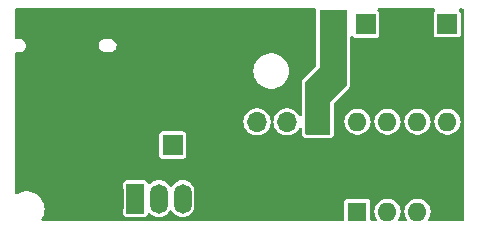
<source format=gbr>
%TF.GenerationSoftware,KiCad,Pcbnew,7.0.11-2.fc38*%
%TF.CreationDate,2024-04-24T16:28:19+02:00*%
%TF.ProjectId,lr_40,6c725f34-302e-46b6-9963-61645f706362,rev?*%
%TF.SameCoordinates,Original*%
%TF.FileFunction,Copper,L2,Bot*%
%TF.FilePolarity,Positive*%
%FSLAX46Y46*%
G04 Gerber Fmt 4.6, Leading zero omitted, Abs format (unit mm)*
G04 Created by KiCad (PCBNEW 7.0.11-2.fc38) date 2024-04-24 16:28:19*
%MOMM*%
%LPD*%
G01*
G04 APERTURE LIST*
%TA.AperFunction,ComponentPad*%
%ADD10R,1.700000X1.700000*%
%TD*%
%TA.AperFunction,ComponentPad*%
%ADD11O,1.700000X1.700000*%
%TD*%
%TA.AperFunction,ComponentPad*%
%ADD12O,2.200000X3.500000*%
%TD*%
%TA.AperFunction,ComponentPad*%
%ADD13R,1.500000X2.500000*%
%TD*%
%TA.AperFunction,ComponentPad*%
%ADD14O,1.500000X2.500000*%
%TD*%
%TA.AperFunction,ComponentPad*%
%ADD15R,1.600000X1.600000*%
%TD*%
%TA.AperFunction,ComponentPad*%
%ADD16O,1.600000X1.600000*%
%TD*%
%TA.AperFunction,ComponentPad*%
%ADD17C,1.100000*%
%TD*%
%TA.AperFunction,ViaPad*%
%ADD18C,0.600000*%
%TD*%
G04 APERTURE END LIST*
D10*
%TO.P,SW3,1*%
%TO.N,VCC*%
X96080000Y-60100000D03*
D11*
%TO.P,SW3,2*%
%TO.N,laser*%
X93540000Y-60100000D03*
%TO.P,SW3,3*%
%TO.N,N/C*%
X91000000Y-60100000D03*
%TD*%
D12*
%TO.P,SW1,*%
%TO.N,GND*%
X78600000Y-66600000D03*
X86800000Y-66600000D03*
D13*
%TO.P,SW1,1*%
%TO.N,Net-(BT2-+)*%
X80700000Y-66600000D03*
D14*
%TO.P,SW1,2*%
%TO.N,Net-(U1-VI)*%
X82700000Y-66600000D03*
%TO.P,SW1,3*%
%TO.N,N/C*%
X84700000Y-66600000D03*
%TD*%
D10*
%TO.P,SW2,1*%
%TO.N,trigger*%
X107100000Y-51800000D03*
D11*
%TO.P,SW2,2*%
%TO.N,GND*%
X104560000Y-51800000D03*
%TD*%
D10*
%TO.P,D1,1,K*%
%TO.N,Net-(D1-K)*%
X100200000Y-51825000D03*
D11*
%TO.P,D1,2,A*%
%TO.N,VCC*%
X97660000Y-51825000D03*
%TD*%
D15*
%TO.P,U2,1,~{RESET}/PB5*%
%TO.N,unconnected-(U2-~{RESET}{slash}PB5-Pad1)*%
X99500000Y-67700000D03*
D16*
%TO.P,U2,2,XTAL1/PB3*%
%TO.N,trigger*%
X102040000Y-67700000D03*
%TO.P,U2,3,XTAL2/PB4*%
%TO.N,unconnected-(U2-XTAL2{slash}PB4-Pad3)*%
X104580000Y-67700000D03*
%TO.P,U2,4,GND*%
%TO.N,GND*%
X107120000Y-67700000D03*
%TO.P,U2,5,AREF/PB0*%
%TO.N,laser*%
X107120000Y-60080000D03*
%TO.P,U2,6,PB1*%
%TO.N,unconnected-(U2-PB1-Pad6)*%
X104580000Y-60080000D03*
%TO.P,U2,7,PB2*%
%TO.N,unconnected-(U2-PB2-Pad7)*%
X102040000Y-60080000D03*
%TO.P,U2,8,VCC*%
%TO.N,VCC*%
X99500000Y-60080000D03*
%TD*%
D10*
%TO.P,J1,1,Pin_1*%
%TO.N,Net-(BT2-+)*%
X83850000Y-62075000D03*
D11*
%TO.P,J1,2,Pin_2*%
%TO.N,GND*%
X86390000Y-62075000D03*
%TD*%
D17*
%TO.P,J3,S1,SHIELD*%
%TO.N,GND*%
X72200000Y-51500000D03*
X72200000Y-55800000D03*
X77000000Y-51500000D03*
X77000000Y-55800000D03*
%TD*%
D18*
%TO.N,GND*%
X89700000Y-51600000D03*
X107000000Y-55600000D03*
X79500000Y-55900000D03*
X88800000Y-61400000D03*
X102800000Y-54900000D03*
X107400000Y-64700000D03*
X94000000Y-67800000D03*
X74500000Y-57300000D03*
X104800000Y-55700000D03*
X81400000Y-60400000D03*
X87600000Y-59500000D03*
X74600000Y-66300000D03*
X88600000Y-57600000D03*
%TD*%
%TA.AperFunction,Conductor*%
%TO.N,GND*%
G36*
X95950571Y-50520185D02*
G01*
X95996326Y-50572989D01*
X96006269Y-50642144D01*
X95994500Y-50724000D01*
X95994500Y-50724003D01*
X95994500Y-55322096D01*
X95974815Y-55389135D01*
X95958181Y-55409777D01*
X94920311Y-56447646D01*
X94920295Y-56447663D01*
X94898440Y-56471993D01*
X94881775Y-56492674D01*
X94877448Y-56498172D01*
X94877447Y-56498174D01*
X94826560Y-56598252D01*
X94806877Y-56665283D01*
X94806876Y-56665290D01*
X94798322Y-56724785D01*
X94794500Y-56751364D01*
X94794500Y-59511048D01*
X94774815Y-59578087D01*
X94722011Y-59623842D01*
X94652853Y-59633786D01*
X94589297Y-59604761D01*
X94559500Y-59566320D01*
X94542085Y-59531348D01*
X94522366Y-59491745D01*
X94393872Y-59321593D01*
X94236302Y-59177948D01*
X94055019Y-59065702D01*
X94055017Y-59065701D01*
X93929244Y-59016977D01*
X93856198Y-58988679D01*
X93646610Y-58949500D01*
X93433390Y-58949500D01*
X93223802Y-58988679D01*
X93223799Y-58988679D01*
X93223799Y-58988680D01*
X93024982Y-59065701D01*
X93024980Y-59065702D01*
X92843699Y-59177947D01*
X92686127Y-59321593D01*
X92557632Y-59491746D01*
X92462596Y-59682605D01*
X92462596Y-59682607D01*
X92404244Y-59887689D01*
X92393471Y-60003951D01*
X92367685Y-60068888D01*
X92323130Y-60100804D01*
X92359503Y-60121668D01*
X92391693Y-60183681D01*
X92393470Y-60196047D01*
X92404244Y-60312310D01*
X92451742Y-60479247D01*
X92462596Y-60517392D01*
X92462596Y-60517394D01*
X92557632Y-60708253D01*
X92645480Y-60824581D01*
X92686128Y-60878407D01*
X92843698Y-61022052D01*
X93024981Y-61134298D01*
X93223802Y-61211321D01*
X93433390Y-61250500D01*
X93433392Y-61250500D01*
X93646608Y-61250500D01*
X93646610Y-61250500D01*
X93856198Y-61211321D01*
X94055019Y-61134298D01*
X94236302Y-61022052D01*
X94393872Y-60878407D01*
X94522366Y-60708255D01*
X94559500Y-60633680D01*
X94607002Y-60582443D01*
X94674665Y-60565021D01*
X94741006Y-60586946D01*
X94784961Y-60641257D01*
X94794500Y-60688951D01*
X94794500Y-61076000D01*
X94794501Y-61076009D01*
X94801481Y-61140935D01*
X94801483Y-61140947D01*
X94812688Y-61192453D01*
X94823644Y-61230654D01*
X94823646Y-61230658D01*
X94880323Y-61327568D01*
X94880325Y-61327571D01*
X94926081Y-61380376D01*
X94926091Y-61380387D01*
X94970807Y-61422548D01*
X94970809Y-61422549D01*
X94970813Y-61422553D01*
X95070889Y-61473439D01*
X95137928Y-61493124D01*
X95224000Y-61505500D01*
X95224003Y-61505500D01*
X97075990Y-61505500D01*
X97076000Y-61505500D01*
X97140941Y-61498518D01*
X97192452Y-61487312D01*
X97230658Y-61476354D01*
X97327571Y-61419675D01*
X97380375Y-61373920D01*
X97380382Y-61373912D01*
X97380387Y-61373908D01*
X97422548Y-61329192D01*
X97422553Y-61329187D01*
X97473439Y-61229111D01*
X97493124Y-61162072D01*
X97505500Y-61076000D01*
X97505500Y-60080000D01*
X98394785Y-60080000D01*
X98413602Y-60283082D01*
X98469417Y-60479247D01*
X98469422Y-60479260D01*
X98560327Y-60661821D01*
X98683237Y-60824581D01*
X98833958Y-60961980D01*
X98833960Y-60961982D01*
X98930977Y-61022052D01*
X99007363Y-61069348D01*
X99197544Y-61143024D01*
X99398024Y-61180500D01*
X99398026Y-61180500D01*
X99601974Y-61180500D01*
X99601976Y-61180500D01*
X99802456Y-61143024D01*
X99992637Y-61069348D01*
X100166041Y-60961981D01*
X100316764Y-60824579D01*
X100439673Y-60661821D01*
X100530582Y-60479250D01*
X100586397Y-60283083D01*
X100605215Y-60080000D01*
X100934785Y-60080000D01*
X100953602Y-60283082D01*
X101009417Y-60479247D01*
X101009422Y-60479260D01*
X101100327Y-60661821D01*
X101223237Y-60824581D01*
X101373958Y-60961980D01*
X101373960Y-60961982D01*
X101470977Y-61022052D01*
X101547363Y-61069348D01*
X101737544Y-61143024D01*
X101938024Y-61180500D01*
X101938026Y-61180500D01*
X102141974Y-61180500D01*
X102141976Y-61180500D01*
X102342456Y-61143024D01*
X102532637Y-61069348D01*
X102706041Y-60961981D01*
X102856764Y-60824579D01*
X102979673Y-60661821D01*
X103070582Y-60479250D01*
X103126397Y-60283083D01*
X103145215Y-60080000D01*
X103474785Y-60080000D01*
X103493602Y-60283082D01*
X103549417Y-60479247D01*
X103549422Y-60479260D01*
X103640327Y-60661821D01*
X103763237Y-60824581D01*
X103913958Y-60961980D01*
X103913960Y-60961982D01*
X104010977Y-61022052D01*
X104087363Y-61069348D01*
X104277544Y-61143024D01*
X104478024Y-61180500D01*
X104478026Y-61180500D01*
X104681974Y-61180500D01*
X104681976Y-61180500D01*
X104882456Y-61143024D01*
X105072637Y-61069348D01*
X105246041Y-60961981D01*
X105396764Y-60824579D01*
X105519673Y-60661821D01*
X105610582Y-60479250D01*
X105666397Y-60283083D01*
X105685215Y-60080000D01*
X106014785Y-60080000D01*
X106033602Y-60283082D01*
X106089417Y-60479247D01*
X106089422Y-60479260D01*
X106180327Y-60661821D01*
X106303237Y-60824581D01*
X106453958Y-60961980D01*
X106453960Y-60961982D01*
X106550977Y-61022052D01*
X106627363Y-61069348D01*
X106817544Y-61143024D01*
X107018024Y-61180500D01*
X107018026Y-61180500D01*
X107221974Y-61180500D01*
X107221976Y-61180500D01*
X107422456Y-61143024D01*
X107612637Y-61069348D01*
X107786041Y-60961981D01*
X107936764Y-60824579D01*
X108059673Y-60661821D01*
X108150582Y-60479250D01*
X108206397Y-60283083D01*
X108225215Y-60080000D01*
X108206397Y-59876917D01*
X108150582Y-59680750D01*
X108122245Y-59623842D01*
X108066081Y-59511048D01*
X108059673Y-59498179D01*
X107936764Y-59335421D01*
X107936762Y-59335418D01*
X107786041Y-59198019D01*
X107786039Y-59198017D01*
X107612642Y-59090655D01*
X107612635Y-59090651D01*
X107517546Y-59053814D01*
X107422456Y-59016976D01*
X107221976Y-58979500D01*
X107018024Y-58979500D01*
X106817544Y-59016976D01*
X106817541Y-59016976D01*
X106817541Y-59016977D01*
X106627364Y-59090651D01*
X106627357Y-59090655D01*
X106453960Y-59198017D01*
X106453958Y-59198019D01*
X106303237Y-59335418D01*
X106180327Y-59498178D01*
X106089422Y-59680739D01*
X106089417Y-59680752D01*
X106033602Y-59876917D01*
X106014785Y-60079999D01*
X106014785Y-60080000D01*
X105685215Y-60080000D01*
X105666397Y-59876917D01*
X105610582Y-59680750D01*
X105582245Y-59623842D01*
X105526081Y-59511048D01*
X105519673Y-59498179D01*
X105396764Y-59335421D01*
X105396762Y-59335418D01*
X105246041Y-59198019D01*
X105246039Y-59198017D01*
X105072642Y-59090655D01*
X105072635Y-59090651D01*
X104977546Y-59053814D01*
X104882456Y-59016976D01*
X104681976Y-58979500D01*
X104478024Y-58979500D01*
X104277544Y-59016976D01*
X104277541Y-59016976D01*
X104277541Y-59016977D01*
X104087364Y-59090651D01*
X104087357Y-59090655D01*
X103913960Y-59198017D01*
X103913958Y-59198019D01*
X103763237Y-59335418D01*
X103640327Y-59498178D01*
X103549422Y-59680739D01*
X103549417Y-59680752D01*
X103493602Y-59876917D01*
X103474785Y-60079999D01*
X103474785Y-60080000D01*
X103145215Y-60080000D01*
X103126397Y-59876917D01*
X103070582Y-59680750D01*
X103042245Y-59623842D01*
X102986081Y-59511048D01*
X102979673Y-59498179D01*
X102856764Y-59335421D01*
X102856762Y-59335418D01*
X102706041Y-59198019D01*
X102706039Y-59198017D01*
X102532642Y-59090655D01*
X102532635Y-59090651D01*
X102437546Y-59053814D01*
X102342456Y-59016976D01*
X102141976Y-58979500D01*
X101938024Y-58979500D01*
X101737544Y-59016976D01*
X101737541Y-59016976D01*
X101737541Y-59016977D01*
X101547364Y-59090651D01*
X101547357Y-59090655D01*
X101373960Y-59198017D01*
X101373958Y-59198019D01*
X101223237Y-59335418D01*
X101100327Y-59498178D01*
X101009422Y-59680739D01*
X101009417Y-59680752D01*
X100953602Y-59876917D01*
X100934785Y-60079999D01*
X100934785Y-60080000D01*
X100605215Y-60080000D01*
X100586397Y-59876917D01*
X100530582Y-59680750D01*
X100502245Y-59623842D01*
X100446081Y-59511048D01*
X100439673Y-59498179D01*
X100316764Y-59335421D01*
X100316762Y-59335418D01*
X100166041Y-59198019D01*
X100166039Y-59198017D01*
X99992642Y-59090655D01*
X99992635Y-59090651D01*
X99897546Y-59053814D01*
X99802456Y-59016976D01*
X99601976Y-58979500D01*
X99398024Y-58979500D01*
X99197544Y-59016976D01*
X99197541Y-59016976D01*
X99197541Y-59016977D01*
X99007364Y-59090651D01*
X99007357Y-59090655D01*
X98833960Y-59198017D01*
X98833958Y-59198019D01*
X98683237Y-59335418D01*
X98560327Y-59498178D01*
X98469422Y-59680739D01*
X98469417Y-59680752D01*
X98413602Y-59876917D01*
X98394785Y-60079999D01*
X98394785Y-60080000D01*
X97505500Y-60080000D01*
X97505500Y-58577903D01*
X97525185Y-58510864D01*
X97541819Y-58490222D01*
X98779702Y-57252340D01*
X98801558Y-57228008D01*
X98818192Y-57207366D01*
X98822553Y-57201825D01*
X98873439Y-57101749D01*
X98893124Y-57034710D01*
X98905500Y-56948638D01*
X98905500Y-52954833D01*
X98925185Y-52887794D01*
X98977989Y-52842039D01*
X99047147Y-52832095D01*
X99110703Y-52861120D01*
X99117181Y-52867152D01*
X99177235Y-52927206D01*
X99280009Y-52972585D01*
X99305135Y-52975500D01*
X101094864Y-52975499D01*
X101094879Y-52975497D01*
X101094882Y-52975497D01*
X101119987Y-52972586D01*
X101119988Y-52972585D01*
X101119991Y-52972585D01*
X101222765Y-52927206D01*
X101302206Y-52847765D01*
X101347585Y-52744991D01*
X101350500Y-52719865D01*
X101350499Y-50930136D01*
X101347600Y-50905135D01*
X101347586Y-50905012D01*
X101347585Y-50905010D01*
X101347585Y-50905009D01*
X101302206Y-50802235D01*
X101222765Y-50722794D01*
X101214640Y-50714669D01*
X101216880Y-50712428D01*
X101184429Y-50672673D01*
X101176523Y-50603252D01*
X101207404Y-50540577D01*
X101267267Y-50504547D01*
X101298689Y-50500500D01*
X105975167Y-50500500D01*
X106042206Y-50520185D01*
X106087961Y-50572989D01*
X106097905Y-50642147D01*
X106068880Y-50705703D01*
X106062848Y-50712181D01*
X105997794Y-50777234D01*
X105952415Y-50880006D01*
X105952415Y-50880008D01*
X105949500Y-50905131D01*
X105949500Y-52694856D01*
X105949502Y-52694882D01*
X105952413Y-52719987D01*
X105952415Y-52719991D01*
X105997793Y-52822764D01*
X105997794Y-52822765D01*
X106077235Y-52902206D01*
X106180009Y-52947585D01*
X106205135Y-52950500D01*
X107994864Y-52950499D01*
X107994879Y-52950497D01*
X107994882Y-52950497D01*
X108019987Y-52947586D01*
X108019988Y-52947585D01*
X108019991Y-52947585D01*
X108122765Y-52902206D01*
X108202206Y-52822765D01*
X108247585Y-52719991D01*
X108250500Y-52694865D01*
X108250499Y-50905136D01*
X108250484Y-50905008D01*
X108247586Y-50880012D01*
X108247585Y-50880010D01*
X108247585Y-50880009D01*
X108202206Y-50777235D01*
X108137152Y-50712181D01*
X108103667Y-50650858D01*
X108108651Y-50581166D01*
X108150523Y-50525233D01*
X108215987Y-50500816D01*
X108224833Y-50500500D01*
X108375500Y-50500500D01*
X108442539Y-50520185D01*
X108488294Y-50572989D01*
X108499500Y-50624500D01*
X108499500Y-68375500D01*
X108479815Y-68442539D01*
X108427011Y-68488294D01*
X108375500Y-68499500D01*
X105604315Y-68499500D01*
X105537276Y-68479815D01*
X105491521Y-68427011D01*
X105481577Y-68357853D01*
X105505361Y-68300773D01*
X105519673Y-68281821D01*
X105610582Y-68099250D01*
X105666397Y-67903083D01*
X105685215Y-67700000D01*
X105683959Y-67686450D01*
X105666397Y-67496917D01*
X105627234Y-67359275D01*
X105610582Y-67300750D01*
X105519673Y-67118179D01*
X105396764Y-66955421D01*
X105396762Y-66955418D01*
X105246041Y-66818019D01*
X105246039Y-66818017D01*
X105072642Y-66710655D01*
X105072635Y-66710651D01*
X104977546Y-66673814D01*
X104882456Y-66636976D01*
X104681976Y-66599500D01*
X104478024Y-66599500D01*
X104277544Y-66636976D01*
X104277541Y-66636976D01*
X104277541Y-66636977D01*
X104087364Y-66710651D01*
X104087357Y-66710655D01*
X103913960Y-66818017D01*
X103913958Y-66818019D01*
X103763237Y-66955418D01*
X103640327Y-67118178D01*
X103549422Y-67300739D01*
X103549417Y-67300752D01*
X103493602Y-67496917D01*
X103474785Y-67699999D01*
X103474785Y-67700000D01*
X103493602Y-67903082D01*
X103549417Y-68099247D01*
X103549422Y-68099260D01*
X103640327Y-68281821D01*
X103654639Y-68300773D01*
X103679331Y-68366134D01*
X103664766Y-68434469D01*
X103615569Y-68484081D01*
X103555685Y-68499500D01*
X103064315Y-68499500D01*
X102997276Y-68479815D01*
X102951521Y-68427011D01*
X102941577Y-68357853D01*
X102965361Y-68300773D01*
X102979673Y-68281821D01*
X103070582Y-68099250D01*
X103126397Y-67903083D01*
X103145215Y-67700000D01*
X103143959Y-67686450D01*
X103126397Y-67496917D01*
X103087234Y-67359275D01*
X103070582Y-67300750D01*
X102979673Y-67118179D01*
X102856764Y-66955421D01*
X102856762Y-66955418D01*
X102706041Y-66818019D01*
X102706039Y-66818017D01*
X102532642Y-66710655D01*
X102532635Y-66710651D01*
X102437546Y-66673814D01*
X102342456Y-66636976D01*
X102141976Y-66599500D01*
X101938024Y-66599500D01*
X101737544Y-66636976D01*
X101737541Y-66636976D01*
X101737541Y-66636977D01*
X101547364Y-66710651D01*
X101547357Y-66710655D01*
X101373960Y-66818017D01*
X101373958Y-66818019D01*
X101223237Y-66955418D01*
X101100327Y-67118178D01*
X101009422Y-67300739D01*
X101009417Y-67300752D01*
X100953602Y-67496917D01*
X100934785Y-67699999D01*
X100934785Y-67700000D01*
X100953602Y-67903082D01*
X101009417Y-68099247D01*
X101009422Y-68099260D01*
X101100327Y-68281821D01*
X101114639Y-68300773D01*
X101139331Y-68366134D01*
X101124766Y-68434469D01*
X101075569Y-68484081D01*
X101015685Y-68499500D01*
X100724500Y-68499500D01*
X100657461Y-68479815D01*
X100611706Y-68427011D01*
X100600500Y-68375500D01*
X100600499Y-66855143D01*
X100600499Y-66855137D01*
X100600499Y-66855136D01*
X100600497Y-66855117D01*
X100597586Y-66830012D01*
X100597585Y-66830010D01*
X100597585Y-66830009D01*
X100552206Y-66727235D01*
X100472765Y-66647794D01*
X100448267Y-66636977D01*
X100369992Y-66602415D01*
X100344865Y-66599500D01*
X98655143Y-66599500D01*
X98655117Y-66599502D01*
X98630012Y-66602413D01*
X98630008Y-66602415D01*
X98527235Y-66647793D01*
X98447794Y-66727234D01*
X98402415Y-66830006D01*
X98402415Y-66830008D01*
X98402415Y-66830009D01*
X98399500Y-66855135D01*
X98399500Y-67662209D01*
X98399501Y-68375500D01*
X98379816Y-68442539D01*
X98327013Y-68488294D01*
X98275501Y-68499500D01*
X72868482Y-68499500D01*
X72801443Y-68479815D01*
X72755688Y-68427011D01*
X72745744Y-68357853D01*
X72764672Y-68307680D01*
X72824173Y-68216607D01*
X72924063Y-67988881D01*
X72947873Y-67894856D01*
X79649500Y-67894856D01*
X79649502Y-67894882D01*
X79652413Y-67919987D01*
X79652415Y-67919991D01*
X79697793Y-68022764D01*
X79697794Y-68022765D01*
X79777235Y-68102206D01*
X79880009Y-68147585D01*
X79905135Y-68150500D01*
X81494864Y-68150499D01*
X81494879Y-68150497D01*
X81494882Y-68150497D01*
X81519987Y-68147586D01*
X81519988Y-68147585D01*
X81519991Y-68147585D01*
X81622765Y-68102206D01*
X81702206Y-68022765D01*
X81747585Y-67919991D01*
X81747585Y-67919988D01*
X81750033Y-67910993D01*
X81752412Y-67911640D01*
X81774372Y-67859843D01*
X81832093Y-67820472D01*
X81901936Y-67818557D01*
X81948940Y-67842594D01*
X82043251Y-67919993D01*
X82113550Y-67977685D01*
X82296046Y-68075232D01*
X82494066Y-68135300D01*
X82494065Y-68135300D01*
X82512529Y-68137118D01*
X82700000Y-68155583D01*
X82905934Y-68135300D01*
X83103954Y-68075232D01*
X83286450Y-67977685D01*
X83446410Y-67846410D01*
X83577685Y-67686450D01*
X83590642Y-67662208D01*
X83639604Y-67612365D01*
X83707742Y-67596904D01*
X83773421Y-67620736D01*
X83809358Y-67662209D01*
X83822315Y-67686451D01*
X83953589Y-67846410D01*
X84032285Y-67910993D01*
X84113550Y-67977685D01*
X84296046Y-68075232D01*
X84494066Y-68135300D01*
X84494065Y-68135300D01*
X84512529Y-68137118D01*
X84700000Y-68155583D01*
X84905934Y-68135300D01*
X85103954Y-68075232D01*
X85286450Y-67977685D01*
X85446410Y-67846410D01*
X85577685Y-67686450D01*
X85675232Y-67503954D01*
X85735300Y-67305934D01*
X85750500Y-67151608D01*
X85750500Y-66048392D01*
X85735300Y-65894066D01*
X85675232Y-65696046D01*
X85577685Y-65513550D01*
X85525702Y-65450209D01*
X85446410Y-65353589D01*
X85286452Y-65222317D01*
X85286453Y-65222317D01*
X85286450Y-65222315D01*
X85103954Y-65124768D01*
X84905934Y-65064700D01*
X84905932Y-65064699D01*
X84905934Y-65064699D01*
X84700000Y-65044417D01*
X84494067Y-65064699D01*
X84296043Y-65124769D01*
X84197890Y-65177234D01*
X84113550Y-65222315D01*
X84113548Y-65222316D01*
X84113547Y-65222317D01*
X83953589Y-65353589D01*
X83822315Y-65513548D01*
X83809357Y-65537792D01*
X83760394Y-65587635D01*
X83692256Y-65603095D01*
X83626577Y-65579262D01*
X83590643Y-65537792D01*
X83577684Y-65513548D01*
X83446410Y-65353589D01*
X83286452Y-65222317D01*
X83286453Y-65222317D01*
X83286450Y-65222315D01*
X83103954Y-65124768D01*
X82905934Y-65064700D01*
X82905932Y-65064699D01*
X82905934Y-65064699D01*
X82700000Y-65044417D01*
X82494067Y-65064699D01*
X82296043Y-65124769D01*
X82113546Y-65222317D01*
X81948939Y-65357405D01*
X81884629Y-65384717D01*
X81815761Y-65372925D01*
X81764202Y-65325773D01*
X81751481Y-65288619D01*
X81750035Y-65289013D01*
X81747585Y-65280013D01*
X81747585Y-65280009D01*
X81702206Y-65177235D01*
X81622765Y-65097794D01*
X81622763Y-65097793D01*
X81519992Y-65052415D01*
X81494865Y-65049500D01*
X79905143Y-65049500D01*
X79905117Y-65049502D01*
X79880012Y-65052413D01*
X79880008Y-65052415D01*
X79777235Y-65097793D01*
X79697794Y-65177234D01*
X79652415Y-65280006D01*
X79652415Y-65280008D01*
X79649500Y-65305131D01*
X79649500Y-67894856D01*
X72947873Y-67894856D01*
X72985108Y-67747821D01*
X72990193Y-67686452D01*
X73005643Y-67500005D01*
X73005643Y-67499994D01*
X72985109Y-67252187D01*
X72985107Y-67252175D01*
X72924063Y-67011118D01*
X72824173Y-66783393D01*
X72688166Y-66575217D01*
X72666557Y-66551744D01*
X72519744Y-66392262D01*
X72323509Y-66239526D01*
X72323507Y-66239525D01*
X72323506Y-66239524D01*
X72104811Y-66121172D01*
X72104802Y-66121169D01*
X71869616Y-66040429D01*
X71624335Y-65999500D01*
X71375665Y-65999500D01*
X71130383Y-66040429D01*
X70895197Y-66121169D01*
X70895183Y-66121175D01*
X70683517Y-66235723D01*
X70615189Y-66250318D01*
X70549817Y-66225655D01*
X70508156Y-66169564D01*
X70500500Y-66126668D01*
X70500500Y-62969856D01*
X82699500Y-62969856D01*
X82699502Y-62969882D01*
X82702413Y-62994987D01*
X82702415Y-62994991D01*
X82747793Y-63097764D01*
X82747794Y-63097765D01*
X82827235Y-63177206D01*
X82930009Y-63222585D01*
X82955135Y-63225500D01*
X84744864Y-63225499D01*
X84744879Y-63225497D01*
X84744882Y-63225497D01*
X84769987Y-63222586D01*
X84769988Y-63222585D01*
X84769991Y-63222585D01*
X84872765Y-63177206D01*
X84952206Y-63097765D01*
X84997585Y-62994991D01*
X85000500Y-62969865D01*
X85000499Y-61180136D01*
X84998405Y-61162078D01*
X84997586Y-61155012D01*
X84997585Y-61155010D01*
X84997585Y-61155009D01*
X84952206Y-61052235D01*
X84872765Y-60972794D01*
X84848274Y-60961980D01*
X84769992Y-60927415D01*
X84744865Y-60924500D01*
X82955143Y-60924500D01*
X82955117Y-60924502D01*
X82930012Y-60927413D01*
X82930008Y-60927415D01*
X82827235Y-60972793D01*
X82747794Y-61052234D01*
X82702415Y-61155006D01*
X82702415Y-61155008D01*
X82699500Y-61180131D01*
X82699500Y-62969856D01*
X70500500Y-62969856D01*
X70500500Y-60100000D01*
X89844571Y-60100000D01*
X89864244Y-60312310D01*
X89911742Y-60479247D01*
X89922596Y-60517392D01*
X89922596Y-60517394D01*
X90017632Y-60708253D01*
X90105480Y-60824581D01*
X90146128Y-60878407D01*
X90303698Y-61022052D01*
X90484981Y-61134298D01*
X90683802Y-61211321D01*
X90893390Y-61250500D01*
X90893392Y-61250500D01*
X91106608Y-61250500D01*
X91106610Y-61250500D01*
X91316198Y-61211321D01*
X91515019Y-61134298D01*
X91696302Y-61022052D01*
X91853872Y-60878407D01*
X91982366Y-60708255D01*
X92042770Y-60586946D01*
X92077403Y-60517394D01*
X92077403Y-60517393D01*
X92077405Y-60517389D01*
X92135756Y-60312310D01*
X92146529Y-60196047D01*
X92172315Y-60131111D01*
X92216869Y-60099194D01*
X92180497Y-60078331D01*
X92148307Y-60016318D01*
X92146529Y-60003951D01*
X92145849Y-59996613D01*
X92135756Y-59887690D01*
X92077405Y-59682611D01*
X92077403Y-59682606D01*
X92077403Y-59682605D01*
X91982367Y-59491746D01*
X91853872Y-59321593D01*
X91696302Y-59177948D01*
X91515019Y-59065702D01*
X91515017Y-59065701D01*
X91389244Y-59016977D01*
X91316198Y-58988679D01*
X91106610Y-58949500D01*
X90893390Y-58949500D01*
X90683802Y-58988679D01*
X90683799Y-58988679D01*
X90683799Y-58988680D01*
X90484982Y-59065701D01*
X90484980Y-59065702D01*
X90303699Y-59177947D01*
X90146127Y-59321593D01*
X90017632Y-59491746D01*
X89922596Y-59682605D01*
X89922596Y-59682607D01*
X89922595Y-59682611D01*
X89864244Y-59887690D01*
X89844571Y-60100000D01*
X70500500Y-60100000D01*
X70500500Y-55800005D01*
X90694357Y-55800005D01*
X90714890Y-56047812D01*
X90714892Y-56047824D01*
X90775936Y-56288881D01*
X90875826Y-56516606D01*
X91011833Y-56724782D01*
X91011836Y-56724785D01*
X91180256Y-56907738D01*
X91376491Y-57060474D01*
X91595190Y-57178828D01*
X91830386Y-57259571D01*
X92075665Y-57300500D01*
X92324335Y-57300500D01*
X92569614Y-57259571D01*
X92804810Y-57178828D01*
X93023509Y-57060474D01*
X93219744Y-56907738D01*
X93388164Y-56724785D01*
X93524173Y-56516607D01*
X93624063Y-56288881D01*
X93685108Y-56047821D01*
X93685109Y-56047812D01*
X93705643Y-55800005D01*
X93705643Y-55799994D01*
X93685109Y-55552187D01*
X93685107Y-55552175D01*
X93624063Y-55311118D01*
X93524173Y-55083393D01*
X93388166Y-54875217D01*
X93366557Y-54851744D01*
X93219744Y-54692262D01*
X93023509Y-54539526D01*
X93023507Y-54539525D01*
X93023506Y-54539524D01*
X92804811Y-54421172D01*
X92804802Y-54421169D01*
X92569616Y-54340429D01*
X92324335Y-54299500D01*
X92075665Y-54299500D01*
X91830383Y-54340429D01*
X91595197Y-54421169D01*
X91595188Y-54421172D01*
X91376493Y-54539524D01*
X91180257Y-54692261D01*
X91011833Y-54875217D01*
X90875826Y-55083393D01*
X90775936Y-55311118D01*
X90714892Y-55552175D01*
X90714890Y-55552187D01*
X90694357Y-55799994D01*
X90694357Y-55800005D01*
X70500500Y-55800005D01*
X70500500Y-54319139D01*
X70520185Y-54252100D01*
X70572989Y-54206345D01*
X70642147Y-54196401D01*
X70671951Y-54204578D01*
X70698459Y-54215558D01*
X70811953Y-54230500D01*
X70811960Y-54230500D01*
X70888040Y-54230500D01*
X70888047Y-54230500D01*
X71001541Y-54215558D01*
X71142754Y-54157066D01*
X71264017Y-54064017D01*
X71357066Y-53942755D01*
X71415558Y-53801541D01*
X71430607Y-53687232D01*
X77595690Y-53687232D01*
X77611020Y-53761003D01*
X77625919Y-53832704D01*
X77625920Y-53832706D01*
X77694275Y-53964624D01*
X77694279Y-53964630D01*
X77787099Y-54064015D01*
X77795690Y-54073214D01*
X77922640Y-54150414D01*
X78065710Y-54190500D01*
X78065712Y-54190500D01*
X78596975Y-54190500D01*
X78624529Y-54186712D01*
X78707196Y-54175350D01*
X78843476Y-54116156D01*
X78958731Y-54022389D01*
X78958736Y-54022382D01*
X79044413Y-53901005D01*
X79068687Y-53832706D01*
X79094171Y-53761002D01*
X79104310Y-53612768D01*
X79074081Y-53467296D01*
X79005724Y-53335374D01*
X79005721Y-53335371D01*
X79005720Y-53335369D01*
X78904309Y-53226785D01*
X78777362Y-53149587D01*
X78777361Y-53149586D01*
X78777360Y-53149586D01*
X78634290Y-53109500D01*
X78103026Y-53109500D01*
X78103025Y-53109500D01*
X77992806Y-53124649D01*
X77992800Y-53124651D01*
X77856525Y-53183843D01*
X77741269Y-53277610D01*
X77741263Y-53277617D01*
X77655586Y-53398994D01*
X77605829Y-53538996D01*
X77598237Y-53650000D01*
X77595690Y-53687232D01*
X71430607Y-53687232D01*
X71435509Y-53650000D01*
X71415558Y-53498459D01*
X71374360Y-53398997D01*
X71357067Y-53357247D01*
X71357065Y-53357244D01*
X71264017Y-53235983D01*
X71264016Y-53235982D01*
X71142755Y-53142934D01*
X71142752Y-53142932D01*
X71001544Y-53084443D01*
X71001542Y-53084442D01*
X71001541Y-53084442D01*
X70987354Y-53082574D01*
X70888054Y-53069500D01*
X70888047Y-53069500D01*
X70811953Y-53069500D01*
X70811945Y-53069500D01*
X70698459Y-53084442D01*
X70671951Y-53095422D01*
X70602482Y-53102890D01*
X70540003Y-53071614D01*
X70504351Y-53011525D01*
X70500500Y-52980860D01*
X70500500Y-50624500D01*
X70520185Y-50557461D01*
X70572989Y-50511706D01*
X70624500Y-50500500D01*
X95883532Y-50500500D01*
X95950571Y-50520185D01*
G37*
%TD.AperFunction*%
%TD*%
%TA.AperFunction,Conductor*%
%TO.N,VCC*%
G36*
X98543039Y-50619685D02*
G01*
X98588794Y-50672489D01*
X98600000Y-50724000D01*
X98600000Y-56948638D01*
X98580315Y-57015677D01*
X98563681Y-57036319D01*
X97200000Y-58399999D01*
X97200000Y-61076000D01*
X97180315Y-61143039D01*
X97127511Y-61188794D01*
X97076000Y-61200000D01*
X95224000Y-61200000D01*
X95156961Y-61180315D01*
X95111206Y-61127511D01*
X95100000Y-61076000D01*
X95100000Y-56751362D01*
X95119685Y-56684323D01*
X95136319Y-56663681D01*
X96300000Y-55500000D01*
X96300000Y-50724000D01*
X96319685Y-50656961D01*
X96372489Y-50611206D01*
X96424000Y-50600000D01*
X98476000Y-50600000D01*
X98543039Y-50619685D01*
G37*
%TD.AperFunction*%
%TD*%
M02*

</source>
